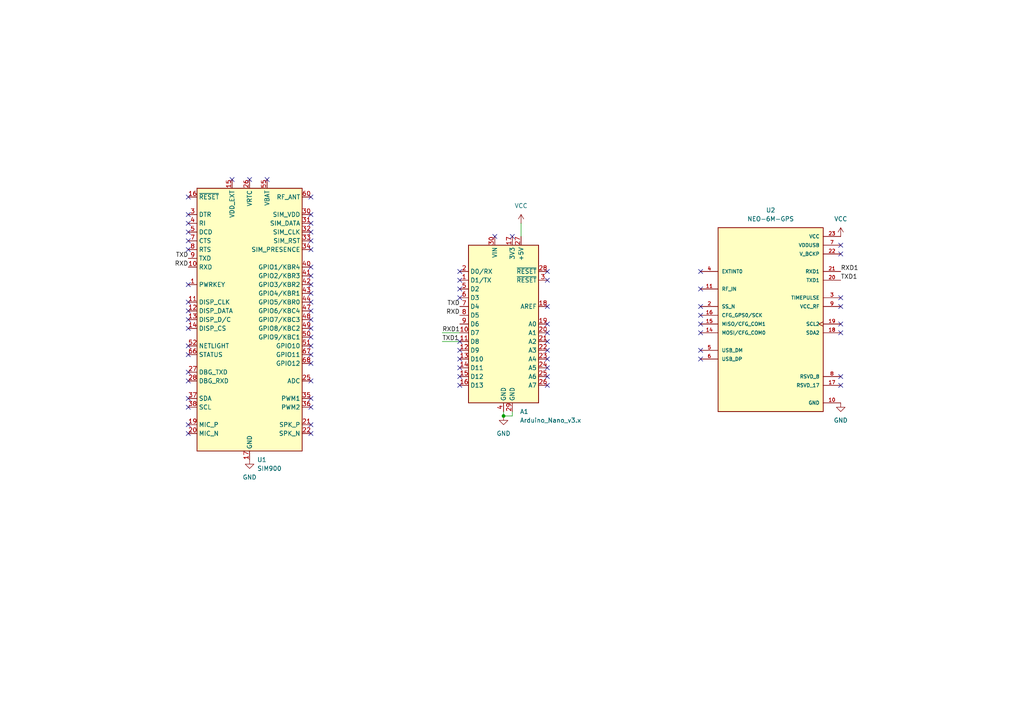
<source format=kicad_sch>
(kicad_sch (version 20231120) (generator "eeschema") (generator_version "8.0")
  (paper "A4")
  (lib_symbols
    (symbol "MCU_Module:Arduino_Nano_v3.x"
      (property "Reference" "A" (at -10.16 23.495 0))
      (property "Value" "Arduino_Nano_v3.x" (at 5.08 -24.13 0))
      (symbol "Arduino_Nano_v3.x_0_1"
        (rectangle (start -10.16 22.86) (end 10.16 -22.86) (stroke (width 0.254)) (fill (type background)))
      )
      (symbol "Arduino_Nano_v3.x_1_1"
        (pin bidirectional line (at -12.7 12.7 0) (length 2.54) (name "D1/TX") (number "1"))
        (pin bidirectional line (at -12.7 -2.54 0) (length 2.54) (name "D7") (number "10"))
        (pin bidirectional line (at -12.7 -5.08 0) (length 2.54) (name "D8") (number "11"))
        (pin bidirectional line (at -12.7 -7.62 0) (length 2.54) (name "D9") (number "12"))
        (pin bidirectional line (at -12.7 -10.16 0) (length 2.54) (name "D10") (number "13"))
        (pin bidirectional line (at -12.7 -12.7 0) (length 2.54) (name "D11") (number "14"))
        (pin bidirectional line (at -12.7 -15.24 0) (length 2.54) (name "D12") (number "15"))
        (pin bidirectional line (at -12.7 -17.78 0) (length 2.54) (name "D13") (number "16"))
        (pin power_out line (at 2.54 25.4 270) (length 2.54) (name "3V3") (number "17"))
        (pin input line (at 12.7 5.08 180) (length 2.54) (name "AREF") (number "18"))
        (pin bidirectional line (at 12.7 0 180) (length 2.54) (name "A0") (number "19"))
        (pin bidirectional line (at -12.7 15.24 0) (length 2.54) (name "D0/RX") (number "2"))
        (pin bidirectional line (at 12.7 -2.54 180) (length 2.54) (name "A1") (number "20"))
        (pin bidirectional line (at 12.7 -5.08 180) (length 2.54) (name "A2") (number "21"))
        (pin bidirectional line (at 12.7 -7.62 180) (length 2.54) (name "A3") (number "22"))
        (pin bidirectional line (at 12.7 -10.16 180) (length 2.54) (name "A4") (number "23"))
        (pin bidirectional line (at 12.7 -12.7 180) (length 2.54) (name "A5") (number "24"))
        (pin bidirectional line (at 12.7 -15.24 180) (length 2.54) (name "A6") (number "25"))
        (pin bidirectional line (at 12.7 -17.78 180) (length 2.54) (name "A7") (number "26"))
        (pin power_out line (at 5.08 25.4 270) (length 2.54) (name "+5V") (number "27"))
        (pin input line (at 12.7 15.24 180) (length 2.54) (name "~{RESET}") (number "28"))
        (pin power_in line (at 2.54 -25.4 90) (length 2.54) (name "GND") (number "29"))
        (pin input line (at 12.7 12.7 180) (length 2.54) (name "~{RESET}") (number "3"))
        (pin power_in line (at -2.54 25.4 270) (length 2.54) (name "VIN") (number "30"))
        (pin power_in line (at 0 -25.4 90) (length 2.54) (name "GND") (number "4"))
        (pin bidirectional line (at -12.7 10.16 0) (length 2.54) (name "D2") (number "5"))
        (pin bidirectional line (at -12.7 7.62 0) (length 2.54) (name "D3") (number "6"))
        (pin bidirectional line (at -12.7 5.08 0) (length 2.54) (name "D4") (number "7"))
        (pin bidirectional line (at -12.7 2.54 0) (length 2.54) (name "D5") (number "8"))
        (pin bidirectional line (at -12.7 0 0) (length 2.54) (name "D6") (number "9"))
      )
    )
    (symbol "NEO-6M-GPS:NEO-6M-GPS" (pin_names (offset 1.016))
      (property "Reference" "U" (at -15.2439 26.0408 0))
      (property "Value" "NEO-6M-GPS" (at -15.2445 -30.4874 0))
      (symbol "NEO-6M-GPS_0_0"
        (rectangle (start -15.24 -27.94) (end 15.24 25.4) (stroke (width 0.254)) (fill (type background)))
        (pin power_in line (at 20.32 -25.4 180) (length 5.08) (name "GND") (number "10"))
        (pin input line (at -20.32 7.62 0) (length 5.08) (name "RF_IN") (number "11"))
        (pin power_in line (at 20.32 -25.4 180) (length 5.08) hide (name "GND") (number "12"))
        (pin power_in line (at 20.32 -25.4 180) (length 5.08) hide (name "GND") (number "13"))
        (pin bidirectional line (at -20.32 -5.08 0) (length 5.08) (name "MOSI/CFG_COM0") (number "14"))
        (pin input line (at -20.32 -2.54 0) (length 5.08) (name "MISO/CFG_COM1") (number "15"))
        (pin input line (at -20.32 0 0) (length 5.08) (name "CFG_GPS0/SCK") (number "16"))
        (pin passive line (at 20.32 -20.32 180) (length 5.08) (name "RSVD_17") (number "17"))
        (pin bidirectional line (at 20.32 -5.08 180) (length 5.08) (name "SDA2") (number "18"))
        (pin bidirectional clock (at 20.32 -2.54 180) (length 5.08) (name "SCL2") (number "19"))
        (pin input line (at -20.32 2.54 0) (length 5.08) (name "SS_N") (number "2"))
        (pin output line (at 20.32 10.16 180) (length 5.08) (name "TXD1") (number "20"))
        (pin input line (at 20.32 12.7 180) (length 5.08) (name "RXD1") (number "21"))
        (pin power_in line (at 20.32 17.78 180) (length 5.08) (name "V_BCKP") (number "22"))
        (pin power_in line (at 20.32 22.86 180) (length 5.08) (name "VCC") (number "23"))
        (pin power_in line (at 20.32 -25.4 180) (length 5.08) hide (name "GND") (number "24"))
        (pin output line (at 20.32 5.08 180) (length 5.08) (name "TIMEPULSE") (number "3"))
        (pin input line (at -20.32 12.7 0) (length 5.08) (name "EXTINT0") (number "4"))
        (pin bidirectional line (at -20.32 -10.16 0) (length 5.08) (name "USB_DM") (number "5"))
        (pin bidirectional line (at -20.32 -12.7 0) (length 5.08) (name "USB_DP") (number "6"))
        (pin power_in line (at 20.32 20.32 180) (length 5.08) (name "VDDUSB") (number "7"))
        (pin passive line (at 20.32 -17.78 180) (length 5.08) (name "RSVD_8") (number "8"))
        (pin output line (at 20.32 2.54 180) (length 5.08) (name "VCC_RF") (number "9"))
      )
    )
    (symbol "RF_GSM:SIM900"
      (property "Reference" "U" (at -15.24 39.37 0))
      (property "Value" "SIM900" (at 8.89 39.37 0))
      (symbol "SIM900_0_1"
        (rectangle (start -15.24 38.1) (end 15.24 -38.1) (stroke (width 0.254)) (fill (type background)))
      )
      (symbol "SIM900_1_1"
        (pin input line (at -17.78 10.16 0) (length 2.54) (name "PWRKEY") (number "1"))
        (pin input line (at -17.78 15.24 0) (length 2.54) (name "RXD") (number "10"))
        (pin output line (at -17.78 5.08 0) (length 2.54) (name "DISP_CLK") (number "11"))
        (pin bidirectional line (at -17.78 2.54 0) (length 2.54) (name "DISP_DATA") (number "12"))
        (pin output line (at -17.78 0 0) (length 2.54) (name "DISP_D/C") (number "13"))
        (pin output line (at -17.78 -2.54 0) (length 2.54) (name "DISP_CS") (number "14"))
        (pin power_out line (at -5.08 40.64 270) (length 2.54) (name "VDD_EXT") (number "15"))
        (pin input line (at -17.78 35.56 0) (length 2.54) (name "~{RESET}") (number "16"))
        (pin power_in line (at 0 -40.64 90) (length 2.54) (name "GND") (number "17"))
        (pin passive line (at 0 -40.64 90) (length 2.54) hide (name "GND") (number "18"))
        (pin input line (at -17.78 -30.48 0) (length 2.54) (name "MIC_P") (number "19"))
        (pin no_connect line (at 15.24 33.02 180) (length 2.54) hide (name "NC") (number "2"))
        (pin input line (at -17.78 -33.02 0) (length 2.54) (name "MIC_N") (number "20"))
        (pin output line (at 17.78 -30.48 180) (length 2.54) (name "SPK_P") (number "21"))
        (pin output line (at 17.78 -33.02 180) (length 2.54) (name "SPK_N") (number "22"))
        (pin no_connect line (at 15.24 -15.24 180) (length 2.54) hide (name "NC") (number "23"))
        (pin no_connect line (at 15.24 -27.94 180) (length 2.54) hide (name "NC") (number "24"))
        (pin input line (at 17.78 -17.78 180) (length 2.54) (name "ADC") (number "25"))
        (pin power_in line (at 0 40.64 270) (length 2.54) (name "VRTC") (number "26"))
        (pin output line (at -17.78 -15.24 0) (length 2.54) (name "DBG_TXD") (number "27"))
        (pin input line (at -17.78 -17.78 0) (length 2.54) (name "DBG_RXD") (number "28"))
        (pin passive line (at 0 -40.64 90) (length 2.54) hide (name "GND") (number "29"))
        (pin input line (at -17.78 30.48 0) (length 2.54) (name "DTR") (number "3"))
        (pin power_out line (at 17.78 30.48 180) (length 2.54) (name "SIM_VDD") (number "30"))
        (pin bidirectional line (at 17.78 27.94 180) (length 2.54) (name "SIM_DATA") (number "31"))
        (pin output line (at 17.78 25.4 180) (length 2.54) (name "SIM_CLK") (number "32"))
        (pin output line (at 17.78 22.86 180) (length 2.54) (name "SIM_RST") (number "33"))
        (pin input line (at 17.78 20.32 180) (length 2.54) (name "SIM_PRESENCE") (number "34"))
        (pin output line (at 17.78 -22.86 180) (length 2.54) (name "PWM1") (number "35"))
        (pin output line (at 17.78 -25.4 180) (length 2.54) (name "PWM2") (number "36"))
        (pin bidirectional line (at -17.78 -22.86 0) (length 2.54) (name "SDA") (number "37"))
        (pin output line (at -17.78 -25.4 0) (length 2.54) (name "SCL") (number "38"))
        (pin passive line (at 0 -40.64 90) (length 2.54) hide (name "GND") (number "39"))
        (pin output line (at -17.78 27.94 0) (length 2.54) (name "RI") (number "4"))
        (pin bidirectional line (at 17.78 15.24 180) (length 2.54) (name "GPIO1/KBR4") (number "40"))
        (pin bidirectional line (at 17.78 12.7 180) (length 2.54) (name "GPIO2/KBR3") (number "41"))
        (pin bidirectional line (at 17.78 10.16 180) (length 2.54) (name "GPIO3/KBR2") (number "42"))
        (pin bidirectional line (at 17.78 7.62 180) (length 2.54) (name "GPIO4/KBR1") (number "43"))
        (pin bidirectional line (at 17.78 5.08 180) (length 2.54) (name "GPIO5/KBR0") (number "44"))
        (pin passive line (at 0 -40.64 90) (length 2.54) hide (name "GND") (number "45"))
        (pin passive line (at 0 -40.64 90) (length 2.54) hide (name "GND") (number "46"))
        (pin bidirectional line (at 17.78 2.54 180) (length 2.54) (name "GPIO6/KBC4") (number "47"))
        (pin bidirectional line (at 17.78 0 180) (length 2.54) (name "GPIO7/KBC3") (number "48"))
        (pin bidirectional line (at 17.78 -2.54 180) (length 2.54) (name "GPIO8/KBC2") (number "49"))
        (pin output line (at -17.78 25.4 0) (length 2.54) (name "DCD") (number "5"))
        (pin bidirectional line (at 17.78 -5.08 180) (length 2.54) (name "GPIO9/KBC1") (number "50"))
        (pin bidirectional line (at 17.78 -7.62 180) (length 2.54) (name "GPIO10") (number "51"))
        (pin output line (at -17.78 -7.62 0) (length 2.54) (name "NETLIGHT") (number "52"))
        (pin passive line (at 0 -40.64 90) (length 2.54) hide (name "GND") (number "53"))
        (pin passive line (at 0 -40.64 90) (length 2.54) hide (name "GND") (number "54"))
        (pin power_in line (at 5.08 40.64 270) (length 2.54) (name "VBAT") (number "55"))
        (pin passive line (at 5.08 40.64 270) (length 2.54) hide (name "VBAT") (number "56"))
        (pin passive line (at 5.08 40.64 270) (length 2.54) hide (name "VBAT") (number "57"))
        (pin passive line (at 0 -40.64 90) (length 2.54) hide (name "GND") (number "58"))
        (pin passive line (at 0 -40.64 90) (length 2.54) hide (name "GND") (number "59"))
        (pin no_connect line (at 15.24 17.78 180) (length 2.54) hide (name "NC") (number "6"))
        (pin passive line (at 17.78 35.56 180) (length 2.54) (name "RF_ANT") (number "60"))
        (pin passive line (at 0 -40.64 90) (length 2.54) hide (name "GND") (number "61"))
        (pin passive line (at 0 -40.64 90) (length 2.54) hide (name "GND") (number "62"))
        (pin passive line (at 0 -40.64 90) (length 2.54) hide (name "GND") (number "63"))
        (pin passive line (at 0 -40.64 90) (length 2.54) hide (name "GND") (number "64"))
        (pin passive line (at 0 -40.64 90) (length 2.54) hide (name "GND") (number "65"))
        (pin output line (at -17.78 -10.16 0) (length 2.54) (name "STATUS") (number "66"))
        (pin bidirectional line (at 17.78 -10.16 180) (length 2.54) (name "GPIO11") (number "67"))
        (pin bidirectional line (at 17.78 -12.7 180) (length 2.54) (name "GPIO12") (number "68"))
        (pin output line (at -17.78 22.86 0) (length 2.54) (name "CTS") (number "7"))
        (pin input line (at -17.78 20.32 0) (length 2.54) (name "RTS") (number "8"))
        (pin output line (at -17.78 17.78 0) (length 2.54) (name "TXD") (number "9"))
      )
    )
    (symbol "power:GND" (power) (pin_numbers hide) (pin_names (offset 0) hide)
      (property "Value" "GND" (at 0 -3.81 0))
      (symbol "GND_0_1"
        (polyline (pts (xy 0 0) (xy 0 -1.27) (xy 1.27 -1.27) (xy 0 -2.54) (xy -1.27 -1.27) (xy 0 -1.27)))
      )
      (symbol "GND_1_1"
        (pin power_in line (at 0 0 270) (length 0) (name "~") (number "1"))
      )
    )
    (symbol "power:VCC" (power) (pin_numbers hide) (pin_names (offset 0) hide)
      (property "Value" "VCC" (at 0 3.556 0))
      (symbol "VCC_0_1"
        (polyline (pts (xy -0.762 1.27) (xy 0 2.54)))
        (polyline (pts (xy 0 0) (xy 0 2.54)))
        (polyline (pts (xy 0 2.54) (xy 0.762 1.27)))
      )
      (symbol "VCC_1_1"
        (pin power_in line (at 0 0 90) (length 0) (name "~") (number "1"))
      )
    )
  )
  (junction (at 146.05 120.65))
  (no_connect (at 90.17 57.15))
  (no_connect (at 90.17 97.79))
  (no_connect (at 203.2 101.6))
  (no_connect (at 72.39 52.07))
  (no_connect (at 90.17 82.55))
  (no_connect (at 54.61 123.19))
  (no_connect (at 158.75 111.76))
  (no_connect (at 90.17 92.71))
  (no_connect (at 203.2 83.82))
  (no_connect (at 158.75 96.52))
  (no_connect (at 54.61 90.17))
  (no_connect (at 54.61 67.31))
  (no_connect (at 243.84 71.12))
  (no_connect (at 243.84 73.66))
  (no_connect (at 203.2 104.14))
  (no_connect (at 158.75 104.14))
  (no_connect (at 54.61 115.57))
  (no_connect (at 203.2 96.52))
  (no_connect (at 243.84 111.76))
  (no_connect (at 54.61 64.77))
  (no_connect (at 90.17 123.19))
  (no_connect (at 243.84 109.22))
  (no_connect (at 54.61 87.63))
  (no_connect (at 203.2 93.98))
  (no_connect (at 54.61 82.55))
  (no_connect (at 54.61 107.95))
  (no_connect (at 90.17 67.31))
  (no_connect (at 90.17 125.73))
  (no_connect (at 54.61 95.25))
  (no_connect (at 54.61 125.73))
  (no_connect (at 54.61 100.33))
  (no_connect (at 243.84 88.9))
  (no_connect (at 133.35 104.14))
  (no_connect (at 90.17 87.63))
  (no_connect (at 77.47 52.07))
  (no_connect (at 158.75 88.9))
  (no_connect (at 158.75 106.68))
  (no_connect (at 54.61 69.85))
  (no_connect (at 54.61 72.39))
  (no_connect (at 133.35 101.6))
  (no_connect (at 90.17 118.11))
  (no_connect (at 90.17 85.09))
  (no_connect (at 54.61 110.49))
  (no_connect (at 90.17 102.87))
  (no_connect (at 54.61 57.15))
  (no_connect (at 90.17 115.57))
  (no_connect (at 67.31 52.07))
  (no_connect (at 54.61 62.23))
  (no_connect (at 133.35 86.36))
  (no_connect (at 158.75 109.22))
  (no_connect (at 243.84 96.52))
  (no_connect (at 158.75 101.6))
  (no_connect (at 143.51 68.58))
  (no_connect (at 203.2 88.9))
  (no_connect (at 54.61 118.11))
  (no_connect (at 90.17 77.47))
  (no_connect (at 203.2 78.74))
  (no_connect (at 133.35 83.82))
  (no_connect (at 90.17 90.17))
  (no_connect (at 90.17 95.25))
  (no_connect (at 54.61 102.87))
  (no_connect (at 54.61 92.71))
  (no_connect (at 90.17 62.23))
  (no_connect (at 158.75 99.06))
  (no_connect (at 133.35 99.06))
  (no_connect (at 158.75 81.28))
  (no_connect (at 133.35 109.22))
  (no_connect (at 90.17 100.33))
  (no_connect (at 158.75 93.98))
  (no_connect (at 133.35 106.68))
  (no_connect (at 90.17 64.77))
  (no_connect (at 158.75 78.74))
  (no_connect (at 243.84 86.36))
  (no_connect (at 243.84 93.98))
  (no_connect (at 90.17 80.01))
  (no_connect (at 148.59 68.58))
  (no_connect (at 90.17 69.85))
  (no_connect (at 133.35 111.76))
  (no_connect (at 90.17 105.41))
  (no_connect (at 90.17 72.39))
  (no_connect (at 133.35 81.28))
  (no_connect (at 90.17 110.49))
  (no_connect (at 203.2 91.44))
  (no_connect (at 133.35 78.74))
  (wire (pts (xy 148.59 120.65) (xy 146.05 120.65)))
  (wire (pts (xy 128.27 96.52) (xy 133.35 96.52)))
  (wire (pts (xy 128.27 99.06) (xy 133.35 99.06)))
  (wire (pts (xy 151.13 64.77) (xy 151.13 68.58)))
  (wire (pts (xy 148.59 119.38) (xy 148.59 120.65)))
  (wire (pts (xy 146.05 119.38) (xy 146.05 120.65)))
  (label "RXD1" (at 128.27 96.52 0))
  (label "TXD1" (at 128.27 99.06 0))
  (label "RXD" (at 133.35 91.44 180))
  (label "TXD" (at 54.61 74.93 180))
  (label "TXD" (at 133.35 88.9 180))
  (label "TXD1" (at 243.84 81.28 0))
  (label "RXD" (at 54.61 77.47 180))
  (label "RXD1" (at 243.84 78.74 0))
  (symbol (lib_id "power:GND") (at 72.39 133.35 0) (unit 1)
    (property "Reference" "#PWR01" (effects (hide yes)))
    (property "Value" "GND" (at 72.39 138.43 0))
    (property "Description" "Power symbol creates a global label with name \"GND\" , ground" (effects (hide yes)))
  )
  (symbol (lib_id "MCU_Module:Arduino_Nano_v3.x") (at 146.05 93.98 0) (unit 1)
    (property "Reference" "A1" (at 150.7841 119.38 0) (effects (justify left)))
    (property "Value" "Arduino_Nano_v3.x" (at 150.7841 121.92 0) (effects (justify left)))
    (property "Footprint" "Module:Arduino_Nano" (effects (hide yes)))
    (property "Datasheet" "http://www.mouser.com/pdfdocs/Gravitech_Arduino_Nano3_0.pdf" (effects (hide yes)))
    (property "Description" "Arduino Nano v3.x" (effects (hide yes)))
  )
  (symbol (lib_id "power:GND") (at 146.05 120.65 0) (unit 1)
    (property "Reference" "#PWR02" (effects (hide yes)))
    (property "Value" "GND" (at 146.05 125.73 0))
    (property "Description" "Power symbol creates a global label with name \"GND\" , ground" (effects (hide yes)))
  )
  (symbol (lib_id "power:VCC") (at 151.13 64.77 0) (unit 1)
    (property "Reference" "#PWR03" (effects (hide yes)))
    (property "Value" "VCC" (at 151.13 59.69 0))
    (property "Description" "Power symbol creates a global label with name \"VCC\"" (effects (hide yes)))
  )
  (symbol (lib_id "power:GND") (at 243.84 116.84 0) (unit 1)
    (property "Reference" "#PWR05" (effects (hide yes)))
    (property "Value" "GND" (at 243.84 121.92 0))
    (property "Description" "Power symbol creates a global label with name \"GND\" , ground" (effects (hide yes)))
  )
  (symbol (lib_id "power:VCC") (at 243.84 68.58 0) (unit 1)
    (property "Reference" "#PWR04" (effects (hide yes)))
    (property "Value" "VCC" (at 243.84 63.5 0))
    (property "Description" "Power symbol creates a global label with name \"VCC\"" (effects (hide yes)))
  )
  (symbol (lib_id "RF_GSM:SIM900") (at 72.39 92.71 0) (unit 1)
    (property "Reference" "U1" (at 74.5841 133.35 0) (effects (justify left)))
    (property "Value" "SIM900" (at 74.5841 135.89 0) (effects (justify left)))
    (property "Footprint" "RF_GSM:SIMCom_SIM900" (effects (hide yes)))
    (property "Datasheet" "http://simcom.ee/documents/SIM900/SIM900_Hardware%20Design_V2.05.pdf" (effects (hide yes)))
    (property "Description" "GSM Quad-Band Communication Module, GPRS, Audio Engine, AT Command Set" (effects (hide yes)))
  )
  (symbol (lib_id "NEO-6M-GPS:NEO-6M-GPS") (at 223.52 91.44 0) (unit 1)
    (property "Reference" "U2" (at 223.52 60.96 0))
    (property "Value" "NEO-6M-GPS" (at 223.52 63.5 0))
    (property "Footprint" "NEO-6M-GPS:XCVR_NEO-6M-GPS" (effects (hide yes)))
    (property "MF" "u-blox" (effects (hide yes)))
    (property "Description_1" "\n                        \n                            GPS Development Tools SparkFun GNSS-RTK Dead Reckoning Breakout - ZED-F9K (Qwiic)\n                        \n" (effects (hide yes)))
    (property "Package" "None" (effects (hide yes)))
    (property "Price" "None" (effects (hide yes)))
    (property "Check_prices" "https://www.snapeda.com/parts/NEO-6M-GPS/u-blox/view-part/?ref=eda" (effects (hide yes)))
    (property "STANDARD" "Manufacturer Recommendations" (effects (hide yes)))
    (property "PARTREV" "R15" (effects (hide yes)))
    (property "SnapEDA_Link" "https://www.snapeda.com/parts/NEO-6M-GPS/u-blox/view-part/?ref=snap" (effects (hide yes)))
    (property "MP" "NEO-6M-GPS" (effects (hide yes)))
    (property "Availability" "Not in stock" (effects (hide yes)))
    (property "MANUFACTURER" "U-Blox" (effects (hide yes)))
  )
)
</source>
